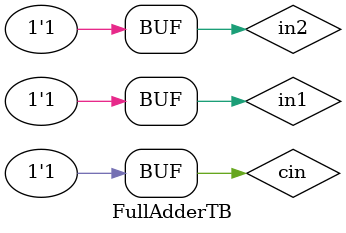
<source format=v>
`timescale 1ns / 1ps


module FullAdderTB;
    // Inputs
    reg in1;
    reg in2;
    reg cin;

    // Outputs
    wire sum;
    wire carry;

    full_addr F1(.in1(in1), .in2(in2), .cin(cin), 
                .sum(sum), .carry(carry));
    
    initial 
        begin
            $monitor ("in1 = %d, in2 = %d, cin = %d, sum = %d, carry = %d\n", in1, in2, cin, sum, carry);

            // Test cases
            in1 = 0; in2 = 0; cin = 0;
            #100;
            in1 = 0; in2 = 0; cin = 1;
            #100;
            in1 = 0; in2 = 1; cin = 0;
            #100;
            in1 = 0; in2 = 1; cin = 1;
            #100;
            in1 = 1; in2 = 0; cin = 0;
            #100;
            in1 = 1; in2 = 0; cin = 1;
            #100;
            in1 = 1; in2 = 1; cin = 0;
            #100;
            in1 = 1; in2 = 1; cin = 1;
        end

endmodule
</source>
